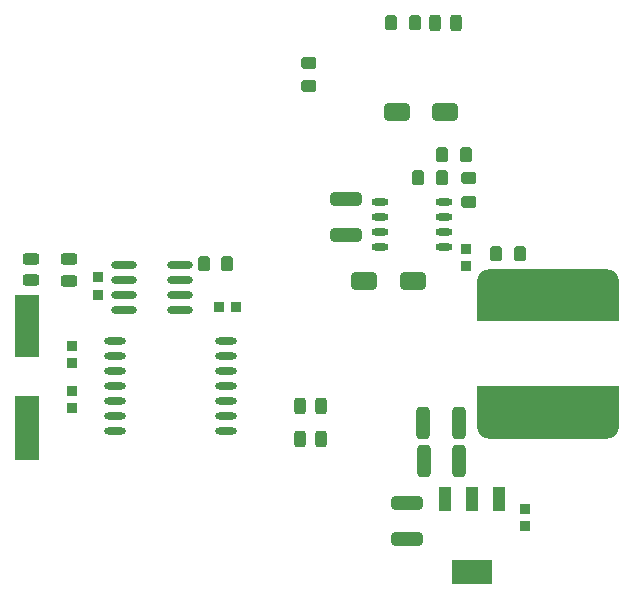
<source format=gtp>
G04*
G04 #@! TF.GenerationSoftware,Altium Limited,Altium Designer,21.8.1 (53)*
G04*
G04 Layer_Color=8421504*
%FSLAX25Y25*%
%MOIN*%
G70*
G04*
G04 #@! TF.SameCoordinates,00E826D5-FD21-4A1A-8C14-BC2741F4279C*
G04*
G04*
G04 #@! TF.FilePolarity,Positive*
G04*
G01*
G75*
G04:AMPARAMS|DCode=18|XSize=106.3mil|YSize=45.28mil|CornerRadius=11.32mil|HoleSize=0mil|Usage=FLASHONLY|Rotation=90.000|XOffset=0mil|YOffset=0mil|HoleType=Round|Shape=RoundedRectangle|*
%AMROUNDEDRECTD18*
21,1,0.10630,0.02264,0,0,90.0*
21,1,0.08366,0.04528,0,0,90.0*
1,1,0.02264,0.01132,0.04183*
1,1,0.02264,0.01132,-0.04183*
1,1,0.02264,-0.01132,-0.04183*
1,1,0.02264,-0.01132,0.04183*
%
%ADD18ROUNDEDRECTD18*%
%ADD19O,0.07284X0.02362*%
%ADD20O,0.05709X0.02362*%
G04:AMPARAMS|DCode=21|XSize=50mil|YSize=37.4mil|CornerRadius=5.61mil|HoleSize=0mil|Usage=FLASHONLY|Rotation=90.000|XOffset=0mil|YOffset=0mil|HoleType=Round|Shape=RoundedRectangle|*
%AMROUNDEDRECTD21*
21,1,0.05000,0.02618,0,0,90.0*
21,1,0.03878,0.03740,0,0,90.0*
1,1,0.01122,0.01309,0.01939*
1,1,0.01122,0.01309,-0.01939*
1,1,0.01122,-0.01309,-0.01939*
1,1,0.01122,-0.01309,0.01939*
%
%ADD21ROUNDEDRECTD21*%
G04:AMPARAMS|DCode=22|XSize=50mil|YSize=37.4mil|CornerRadius=5.61mil|HoleSize=0mil|Usage=FLASHONLY|Rotation=0.000|XOffset=0mil|YOffset=0mil|HoleType=Round|Shape=RoundedRectangle|*
%AMROUNDEDRECTD22*
21,1,0.05000,0.02618,0,0,0.0*
21,1,0.03878,0.03740,0,0,0.0*
1,1,0.01122,0.01939,-0.01309*
1,1,0.01122,-0.01939,-0.01309*
1,1,0.01122,-0.01939,0.01309*
1,1,0.01122,0.01939,0.01309*
%
%ADD22ROUNDEDRECTD22*%
G04:AMPARAMS|DCode=23|XSize=35.43mil|YSize=35.43mil|CornerRadius=5.32mil|HoleSize=0mil|Usage=FLASHONLY|Rotation=180.000|XOffset=0mil|YOffset=0mil|HoleType=Round|Shape=RoundedRectangle|*
%AMROUNDEDRECTD23*
21,1,0.03543,0.02480,0,0,180.0*
21,1,0.02480,0.03543,0,0,180.0*
1,1,0.01063,-0.01240,0.01240*
1,1,0.01063,0.01240,0.01240*
1,1,0.01063,0.01240,-0.01240*
1,1,0.01063,-0.01240,-0.01240*
%
%ADD23ROUNDEDRECTD23*%
G04:AMPARAMS|DCode=24|XSize=86.61mil|YSize=61.02mil|CornerRadius=15.26mil|HoleSize=0mil|Usage=FLASHONLY|Rotation=0.000|XOffset=0mil|YOffset=0mil|HoleType=Round|Shape=RoundedRectangle|*
%AMROUNDEDRECTD24*
21,1,0.08661,0.03051,0,0,0.0*
21,1,0.05610,0.06102,0,0,0.0*
1,1,0.03051,0.02805,-0.01526*
1,1,0.03051,-0.02805,-0.01526*
1,1,0.03051,-0.02805,0.01526*
1,1,0.03051,0.02805,0.01526*
%
%ADD24ROUNDEDRECTD24*%
G04:AMPARAMS|DCode=25|XSize=106.3mil|YSize=45.28mil|CornerRadius=11.32mil|HoleSize=0mil|Usage=FLASHONLY|Rotation=0.000|XOffset=0mil|YOffset=0mil|HoleType=Round|Shape=RoundedRectangle|*
%AMROUNDEDRECTD25*
21,1,0.10630,0.02264,0,0,0.0*
21,1,0.08366,0.04528,0,0,0.0*
1,1,0.02264,0.04183,-0.01132*
1,1,0.02264,-0.04183,-0.01132*
1,1,0.02264,-0.04183,0.01132*
1,1,0.02264,0.04183,0.01132*
%
%ADD25ROUNDEDRECTD25*%
G04:AMPARAMS|DCode=26|XSize=35.43mil|YSize=35.43mil|CornerRadius=5.32mil|HoleSize=0mil|Usage=FLASHONLY|Rotation=90.000|XOffset=0mil|YOffset=0mil|HoleType=Round|Shape=RoundedRectangle|*
%AMROUNDEDRECTD26*
21,1,0.03543,0.02480,0,0,90.0*
21,1,0.02480,0.03543,0,0,90.0*
1,1,0.01063,0.01240,0.01240*
1,1,0.01063,0.01240,-0.01240*
1,1,0.01063,-0.01240,-0.01240*
1,1,0.01063,-0.01240,0.01240*
%
%ADD26ROUNDEDRECTD26*%
G04:AMPARAMS|DCode=27|XSize=55.12mil|YSize=39.37mil|CornerRadius=9.84mil|HoleSize=0mil|Usage=FLASHONLY|Rotation=270.000|XOffset=0mil|YOffset=0mil|HoleType=Round|Shape=RoundedRectangle|*
%AMROUNDEDRECTD27*
21,1,0.05512,0.01968,0,0,270.0*
21,1,0.03543,0.03937,0,0,270.0*
1,1,0.01968,-0.00984,-0.01772*
1,1,0.01968,-0.00984,0.01772*
1,1,0.01968,0.00984,0.01772*
1,1,0.01968,0.00984,-0.01772*
%
%ADD27ROUNDEDRECTD27*%
G04:AMPARAMS|DCode=28|XSize=55.12mil|YSize=39.37mil|CornerRadius=9.84mil|HoleSize=0mil|Usage=FLASHONLY|Rotation=180.000|XOffset=0mil|YOffset=0mil|HoleType=Round|Shape=RoundedRectangle|*
%AMROUNDEDRECTD28*
21,1,0.05512,0.01968,0,0,180.0*
21,1,0.03543,0.03937,0,0,180.0*
1,1,0.01968,-0.01772,0.00984*
1,1,0.01968,0.01772,0.00984*
1,1,0.01968,0.01772,-0.00984*
1,1,0.01968,-0.01772,-0.00984*
%
%ADD28ROUNDEDRECTD28*%
%ADD29O,0.08661X0.02362*%
%ADD30R,0.04331X0.08465*%
%ADD31R,0.04331X0.08465*%
%ADD32R,0.13780X0.08465*%
%ADD33R,0.08000X0.21000*%
%ADD34R,0.08000X0.21500*%
%ADD35R,0.47244X0.07500*%
G04:AMPARAMS|DCode=36|XSize=472.44mil|YSize=157.48mil|CornerRadius=39.37mil|HoleSize=0mil|Usage=FLASHONLY|Rotation=0.000|XOffset=0mil|YOffset=0mil|HoleType=Round|Shape=RoundedRectangle|*
%AMROUNDEDRECTD36*
21,1,0.47244,0.07874,0,0,0.0*
21,1,0.39370,0.15748,0,0,0.0*
1,1,0.07874,0.19685,-0.03937*
1,1,0.07874,-0.19685,-0.03937*
1,1,0.07874,-0.19685,0.03937*
1,1,0.07874,0.19685,0.03937*
%
%ADD36ROUNDEDRECTD36*%
D18*
X285995Y170712D02*
D03*
X297806D02*
D03*
X285895Y183212D02*
D03*
X297706D02*
D03*
D19*
X183000Y210500D02*
D03*
Y205500D02*
D03*
Y200500D02*
D03*
Y195500D02*
D03*
Y190500D02*
D03*
Y185500D02*
D03*
Y180500D02*
D03*
X219966Y180447D02*
D03*
Y185447D02*
D03*
Y210447D02*
D03*
Y205447D02*
D03*
Y200447D02*
D03*
Y195447D02*
D03*
Y190447D02*
D03*
D20*
X271272Y257000D02*
D03*
Y252000D02*
D03*
Y247000D02*
D03*
Y242000D02*
D03*
X292728Y257000D02*
D03*
Y252000D02*
D03*
Y247000D02*
D03*
Y242000D02*
D03*
D21*
X299937Y272500D02*
D03*
X292063D02*
D03*
X291937Y265000D02*
D03*
X284063D02*
D03*
X317937Y239500D02*
D03*
X310063D02*
D03*
X212598Y236221D02*
D03*
X220472D02*
D03*
X275063Y316600D02*
D03*
X282937D02*
D03*
D22*
X301000Y257063D02*
D03*
Y264937D02*
D03*
X247600Y303437D02*
D03*
Y295563D02*
D03*
D23*
X300000Y235500D02*
D03*
Y241406D02*
D03*
X319600Y154753D02*
D03*
Y148847D02*
D03*
X168900Y194053D02*
D03*
Y188147D02*
D03*
X168800Y203147D02*
D03*
Y209053D02*
D03*
X177400Y226047D02*
D03*
Y231953D02*
D03*
D24*
X266129Y230500D02*
D03*
X282271D02*
D03*
X276929Y287000D02*
D03*
X293071D02*
D03*
D25*
X260012Y257805D02*
D03*
Y245994D02*
D03*
X280512Y156505D02*
D03*
Y144694D02*
D03*
D26*
X217595Y222000D02*
D03*
X223500D02*
D03*
D27*
X289757Y316500D02*
D03*
X296843D02*
D03*
X251874Y178000D02*
D03*
X244787D02*
D03*
X251774Y189000D02*
D03*
X244687D02*
D03*
D28*
X167600Y230756D02*
D03*
Y237843D02*
D03*
X155000Y230957D02*
D03*
Y238043D02*
D03*
D29*
X186016Y236037D02*
D03*
Y231037D02*
D03*
Y226037D02*
D03*
Y221037D02*
D03*
X204914Y236037D02*
D03*
Y231037D02*
D03*
Y226037D02*
D03*
Y221037D02*
D03*
D30*
X311255Y158005D02*
D03*
X293145D02*
D03*
D31*
X302200D02*
D03*
D32*
X302200Y133595D02*
D03*
D33*
X153800Y215500D02*
D03*
D34*
Y181500D02*
D03*
D35*
X327500Y220900D02*
D03*
Y192100D02*
D03*
D36*
Y186000D02*
D03*
Y226700D02*
D03*
M02*

</source>
